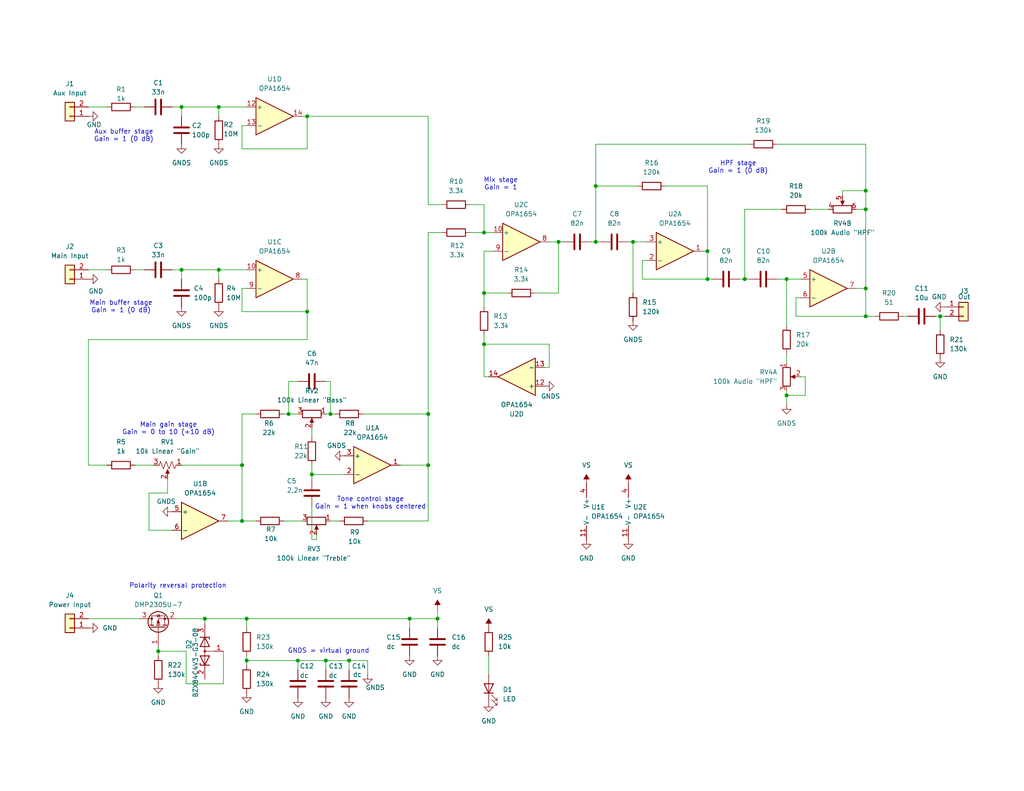
<source format=kicad_sch>
(kicad_sch (version 20231120) (generator "eeschema") (generator_version "8.0")
  (paper "USLetter")
  (title_block (title "\"Channel Two\" bass preamp, Version 2") (date "2024-11-09") (rev "1") (company "HPF Technology, LLC"))
  (lib_symbols
    (symbol "Amplifier_Operational:TLC274" (pin_names (offset 0.127))
      (property "Reference" "U" (at 0 5.08 0))
      (property "Value" "TLC274" (at 0 -5.08 0))
      (symbol "TLC274_1_1"
        (polyline (pts (xy -5.08 5.08) (xy 5.08 0) (xy -5.08 -5.08) (xy -5.08 5.08)) (stroke (width 0.254)) (fill (type background)))
        (pin output line (at 7.62 0 180) (length 2.54) (name "~") (number "1"))
        (pin input line (at -7.62 -2.54 0) (length 2.54) (name "-") (number "2"))
        (pin input line (at -7.62 2.54 0) (length 2.54) (name "+") (number "3"))
      )
      (symbol "TLC274_2_1"
        (polyline (pts (xy -5.08 5.08) (xy 5.08 0) (xy -5.08 -5.08) (xy -5.08 5.08)) (stroke (width 0.254)) (fill (type background)))
        (pin input line (at -7.62 2.54 0) (length 2.54) (name "+") (number "5"))
        (pin input line (at -7.62 -2.54 0) (length 2.54) (name "-") (number "6"))
        (pin output line (at 7.62 0 180) (length 2.54) (name "~") (number "7"))
      )
      (symbol "TLC274_3_1"
        (polyline (pts (xy -5.08 5.08) (xy 5.08 0) (xy -5.08 -5.08) (xy -5.08 5.08)) (stroke (width 0.254)) (fill (type background)))
        (pin input line (at -7.62 2.54 0) (length 2.54) (name "+") (number "10"))
        (pin output line (at 7.62 0 180) (length 2.54) (name "~") (number "8"))
        (pin input line (at -7.62 -2.54 0) (length 2.54) (name "-") (number "9"))
      )
      (symbol "TLC274_4_1"
        (polyline (pts (xy -5.08 5.08) (xy 5.08 0) (xy -5.08 -5.08) (xy -5.08 5.08)) (stroke (width 0.254)) (fill (type background)))
        (pin input line (at -7.62 2.54 0) (length 2.54) (name "+") (number "12"))
        (pin input line (at -7.62 -2.54 0) (length 2.54) (name "-") (number "13"))
        (pin output line (at 7.62 0 180) (length 2.54) (name "~") (number "14"))
      )
      (symbol "TLC274_5_1"
        (pin power_in line (at -2.54 -7.62 90) (length 3.81) (name "V-") (number "11"))
        (pin power_in line (at -2.54 7.62 270) (length 3.81) (name "V+") (number "4"))
      )
    )
    (symbol "Connector_Generic:Conn_01x02" (pin_names (offset 1.016) hide)
      (property "Reference" "J" (at 0 2.54 0))
      (property "Value" "Conn_01x02" (at 0 -5.08 0))
      (symbol "Conn_01x02_1_1"
        (rectangle (start -1.27 -2.413) (end 0 -2.667) (stroke (width 0.1524)))
        (rectangle (start -1.27 0.127) (end 0 -0.127) (stroke (width 0.1524)))
        (rectangle (start -1.27 1.27) (end 1.27 -3.81) (stroke (width 0.254)) (fill (type background)))
        (pin passive line (at -5.08 0 0) (length 3.81) (name "Pin_1") (number "1"))
        (pin passive line (at -5.08 -2.54 0) (length 3.81) (name "Pin_2") (number "2"))
      )
    )
    (symbol "Device:C" (pin_numbers hide) (pin_names (offset 0.254))
      (property "Reference" "C" (at 0.635 2.54 0))
      (property "Value" "C" (at 0.635 -2.54 0))
      (symbol "C_0_1"
        (polyline (pts (xy -2.032 -0.762) (xy 2.032 -0.762)) (stroke (width 0.508)))
        (polyline (pts (xy -2.032 0.762) (xy 2.032 0.762)) (stroke (width 0.508)))
      )
      (symbol "C_1_1"
        (pin passive line (at 0 3.81 270) (length 2.794) (name "~") (number "1"))
        (pin passive line (at 0 -3.81 90) (length 2.794) (name "~") (number "2"))
      )
    )
    (symbol "Device:D_Zener_Dual_CommonAnode_AKK" (pin_names (offset 0.762) hide)
      (property "Reference" "D" (at 1.27 -2.54 0))
      (property "Value" "D_Zener_Dual_CommonAnode_AKK" (at 0 2.54 0))
      (symbol "D_Zener_Dual_CommonAnode_AKK_0_1"
        (polyline (pts (xy -3.556 0) (xy 3.81 0)))
        (polyline (pts (xy 0 0) (xy 0 -2.54)))
        (polyline (pts (xy -3.81 -1.27) (xy -3.81 1.27) (xy -3.302 1.27)) (stroke (width 0.254)))
        (polyline (pts (xy 3.81 1.27) (xy 3.81 -1.27) (xy 3.302 -1.27)) (stroke (width 0.254)))
        (polyline (pts (xy -1.27 -1.27) (xy -3.81 0) (xy -1.27 1.27) (xy -1.27 -1.27) (xy -1.27 -1.27) (xy -1.27 -1.27)) (stroke (width 0.254)))
        (polyline (pts (xy 1.27 1.27) (xy 3.81 0) (xy 1.27 -1.27) (xy 1.27 1.27) (xy 1.27 1.27) (xy 1.27 1.27)) (stroke (width 0.254)))
        (circle (center 0 0) (radius 0.254) (fill (type outline)))
        (pin passive line (at 0 -5.08 90) (length 2.54) (name "A") (number "1"))
        (pin passive line (at -7.62 0 0) (length 3.81) (name "K") (number "2"))
        (pin passive line (at 7.62 0 180) (length 3.81) (name "K") (number "3"))
      )
    )
    (symbol "Device:LED" (pin_numbers hide) (pin_names (offset 1.016) hide)
      (property "Reference" "D" (at 0 2.54 0))
      (property "Value" "LED" (at 0 -2.54 0))
      (symbol "LED_0_1"
        (polyline (pts (xy -1.27 -1.27) (xy -1.27 1.27)) (stroke (width 0.254)))
        (polyline (pts (xy -1.27 0) (xy 1.27 0)))
        (polyline (pts (xy 1.27 -1.27) (xy 1.27 1.27) (xy -1.27 0) (xy 1.27 -1.27)) (stroke (width 0.254)))
        (polyline (pts (xy -3.048 -0.762) (xy -4.572 -2.286) (xy -3.81 -2.286) (xy -4.572 -2.286) (xy -4.572 -1.524)))
        (polyline (pts (xy -1.778 -0.762) (xy -3.302 -2.286) (xy -2.54 -2.286) (xy -3.302 -2.286) (xy -3.302 -1.524)))
      )
      (symbol "LED_1_1"
        (pin passive line (at -3.81 0 0) (length 2.54) (name "K") (number "1"))
        (pin passive line (at 3.81 0 180) (length 2.54) (name "A") (number "2"))
      )
    )
    (symbol "Device:Q_PMOS_GSD" (pin_names (offset 0) hide)
      (property "Reference" "Q" (at 5.08 1.27 0))
      (property "Value" "Q_PMOS_GSD" (at 5.08 -1.27 0))
      (symbol "Q_PMOS_GSD_0_1"
        (polyline (pts (xy 0.254 0) (xy -2.54 0)))
        (polyline (pts (xy 0.254 1.905) (xy 0.254 -1.905)) (stroke (width 0.254)))
        (polyline (pts (xy 0.762 -1.27) (xy 0.762 -2.286)) (stroke (width 0.254)))
        (polyline (pts (xy 0.762 0.508) (xy 0.762 -0.508)) (stroke (width 0.254)))
        (polyline (pts (xy 0.762 2.286) (xy 0.762 1.27)) (stroke (width 0.254)))
        (polyline (pts (xy 2.54 2.54) (xy 2.54 1.778)))
        (polyline (pts (xy 2.54 -2.54) (xy 2.54 0) (xy 0.762 0)))
        (polyline (pts (xy 0.762 1.778) (xy 3.302 1.778) (xy 3.302 -1.778) (xy 0.762 -1.778)))
        (polyline (pts (xy 2.286 0) (xy 1.27 0.381) (xy 1.27 -0.381) (xy 2.286 0)) (fill (type outline)))
        (polyline (pts (xy 2.794 -0.508) (xy 2.921 -0.381) (xy 3.683 -0.381) (xy 3.81 -0.254)))
        (polyline (pts (xy 3.302 -0.381) (xy 2.921 0.254) (xy 3.683 0.254) (xy 3.302 -0.381)))
        (circle (center 1.651 0) (radius 2.794) (stroke (width 0.254)))
        (circle (center 2.54 -1.778) (radius 0.254) (fill (type outline)))
        (circle (center 2.54 1.778) (radius 0.254) (fill (type outline)))
      )
      (symbol "Q_PMOS_GSD_1_1"
        (pin input line (at -5.08 0 0) (length 2.54) (name "G") (number "1"))
        (pin passive line (at 2.54 -5.08 90) (length 2.54) (name "S") (number "2"))
        (pin passive line (at 2.54 5.08 270) (length 2.54) (name "D") (number "3"))
      )
    )
    (symbol "Device:R" (pin_numbers hide) (pin_names (offset 0))
      (property "Reference" "R" (at 2.032 0 90))
      (property "Value" "R" (at 0 0 90))
      (symbol "R_0_1"
        (rectangle (start -1.016 -2.54) (end 1.016 2.54) (stroke (width 0.254)))
      )
      (symbol "R_1_1"
        (pin passive line (at 0 3.81 270) (length 1.27) (name "~") (number "1"))
        (pin passive line (at 0 -3.81 90) (length 1.27) (name "~") (number "2"))
      )
    )
    (symbol "Device:R_Potentiometer" (pin_names (offset 1.016) hide)
      (property "Reference" "RV" (at -4.445 0 90))
      (property "Value" "R_Potentiometer" (at -2.54 0 90))
      (symbol "R_Potentiometer_0_1"
        (polyline (pts (xy 2.54 0) (xy 1.524 0)))
        (polyline (pts (xy 1.143 0) (xy 2.286 0.508) (xy 2.286 -0.508) (xy 1.143 0)) (fill (type outline)))
        (rectangle (start 1.016 2.54) (end -1.016 -2.54) (stroke (width 0.254)))
      )
      (symbol "R_Potentiometer_1_1"
        (pin passive line (at 0 3.81 270) (length 1.27) (name "1") (number "1"))
        (pin passive line (at 3.81 0 180) (length 1.27) (name "2") (number "2"))
        (pin passive line (at 0 -3.81 90) (length 1.27) (name "3") (number "3"))
      )
    )
    (symbol "Device:R_Potentiometer_Dual_Separate" (pin_names (offset 1.016) hide)
      (property "Reference" "RV" (at -4.445 0 90))
      (property "Value" "R_Potentiometer_Dual_Separate" (at -2.54 0 90))
      (symbol "R_Potentiometer_Dual_Separate_0_1"
        (polyline (pts (xy 2.54 0) (xy 1.524 0)))
        (polyline (pts (xy 1.143 0) (xy 2.286 0.508) (xy 2.286 -0.508) (xy 1.143 0)) (fill (type outline)))
        (rectangle (start 1.016 2.54) (end -1.016 -2.54) (stroke (width 0.254)))
      )
      (symbol "R_Potentiometer_Dual_Separate_1_1"
        (pin passive line (at 0 3.81 270) (length 1.27) (name "1") (number "1"))
        (pin passive line (at 3.81 0 180) (length 1.27) (name "2") (number "2"))
        (pin passive line (at 0 -3.81 90) (length 1.27) (name "3") (number "3"))
      )
      (symbol "R_Potentiometer_Dual_Separate_2_1"
        (pin passive line (at 0 3.81 270) (length 1.27) (name "4") (number "4"))
        (pin passive line (at 3.81 0 180) (length 1.27) (name "5") (number "5"))
        (pin passive line (at 0 -3.81 90) (length 1.27) (name "6") (number "6"))
      )
    )
    (symbol "Device:R_Potentiometer_US" (pin_names (offset 1.016) hide)
      (property "Reference" "RV" (at -4.445 0 90))
      (property "Value" "R_Potentiometer_US" (at -2.54 0 90))
      (symbol "R_Potentiometer_US_0_1"
        (polyline (pts (xy 0 -2.286) (xy 0 -2.54)))
        (polyline (pts (xy 0 2.54) (xy 0 2.286)))
        (polyline (pts (xy 2.54 0) (xy 1.524 0)))
        (polyline (pts (xy 1.143 0) (xy 2.286 0.508) (xy 2.286 -0.508) (xy 1.143 0)) (fill (type outline)))
        (polyline (pts (xy 0 -0.762) (xy 1.016 -1.143) (xy 0 -1.524) (xy -1.016 -1.905) (xy 0 -2.286)))
        (polyline (pts (xy 0 0.762) (xy 1.016 0.381) (xy 0 0) (xy -1.016 -0.381) (xy 0 -0.762)))
        (polyline (pts (xy 0 2.286) (xy 1.016 1.905) (xy 0 1.524) (xy -1.016 1.143) (xy 0 0.762)))
      )
      (symbol "R_Potentiometer_US_1_1"
        (pin passive line (at 0 3.81 270) (length 1.27) (name "1") (number "1"))
        (pin passive line (at 3.81 0 180) (length 1.27) (name "2") (number "2"))
        (pin passive line (at 0 -3.81 90) (length 1.27) (name "3") (number "3"))
      )
    )
    (symbol "power:GND" (power) (pin_numbers hide) (pin_names (offset 0) hide)
      (property "Value" "GND" (at 0 -3.81 0))
      (symbol "GND_0_1"
        (polyline (pts (xy 0 0) (xy 0 -1.27) (xy 1.27 -1.27) (xy 0 -2.54) (xy -1.27 -1.27) (xy 0 -1.27)))
      )
      (symbol "GND_1_1"
        (pin power_in line (at 0 0 270) (length 0) (name "~") (number "1"))
      )
    )
    (symbol "power:GNDS" (power) (pin_numbers hide) (pin_names (offset 0) hide)
      (property "Value" "GNDS" (at 0 -3.81 0))
      (symbol "GNDS_0_1"
        (polyline (pts (xy 0 0) (xy 0 -1.27) (xy 1.27 -1.27) (xy 0 -2.54) (xy -1.27 -1.27) (xy 0 -1.27)))
      )
      (symbol "GNDS_1_1"
        (pin power_in line (at 0 0 270) (length 0) (name "~") (number "1"))
      )
    )
    (symbol "power:VS" (power) (pin_numbers hide) (pin_names (offset 0) hide)
      (property "Value" "VS" (at 0 3.556 0))
      (symbol "VS_0_1"
        (polyline (pts (xy 0 0) (xy 0 2.54)))
        (polyline (pts (xy 0.762 1.27) (xy -0.762 1.27) (xy 0 2.54) (xy 0.762 1.27)) (fill (type outline)))
      )
      (symbol "VS_1_1"
        (pin power_in line (at 0 0 90) (length 0) (name "~") (number "1"))
      )
    )
  )
  (junction (at 162.56 50.8))
  (junction (at 116.84 127))
  (junction (at 116.84 113.03))
  (junction (at 236.22 78.74))
  (junction (at 59.69 73.66))
  (junction (at 83.82 85.09))
  (junction (at 132.08 93.98))
  (junction (at 49.53 73.66))
  (junction (at 83.82 31.75))
  (junction (at 67.31 180.34))
  (junction (at 132.08 80.01))
  (junction (at 95.25 180.34))
  (junction (at 214.63 107.95))
  (junction (at 214.63 76.2))
  (junction (at 236.22 57.15))
  (junction (at 162.56 66.04))
  (junction (at 193.04 68.58))
  (junction (at 55.88 168.91))
  (junction (at 81.28 180.34))
  (junction (at 49.53 29.21))
  (junction (at 66.04 142.24))
  (junction (at 236.22 86.36))
  (junction (at 78.74 113.03))
  (junction (at 85.09 129.54))
  (junction (at 43.18 177.8))
  (junction (at 236.22 52.07))
  (junction (at 172.72 66.04))
  (junction (at 132.08 63.5))
  (junction (at 90.17 113.03))
  (junction (at 152.4 66.04))
  (junction (at 59.69 29.21))
  (junction (at 193.04 76.2))
  (junction (at 203.2 76.2))
  (junction (at 256.54 86.36))
  (junction (at 111.76 168.91))
  (junction (at 67.31 168.91))
  (junction (at 66.04 127))
  (junction (at 119.38 168.91))
  (junction (at 88.9 180.34))
  (wire (pts (xy 85.09 129.54) (xy 85.09 130.81)))
  (wire (pts (xy 132.08 68.58) (xy 132.08 80.01)))
  (wire (pts (xy 66.04 78.74) (xy 66.04 85.09)))
  (wire (pts (xy 134.62 68.58) (xy 132.08 68.58)))
  (wire (pts (xy 66.04 34.29) (xy 66.04 40.64)))
  (wire (pts (xy 24.13 127) (xy 24.13 92.71)))
  (wire (pts (xy 128.27 55.88) (xy 132.08 55.88)))
  (wire (pts (xy 24.13 73.66) (xy 29.21 73.66)))
  (wire (pts (xy 99.06 113.03) (xy 116.84 113.03)))
  (wire (pts (xy 60.96 177.8) (xy 60.96 186.69)))
  (wire (pts (xy 59.69 29.21) (xy 67.31 29.21)))
  (wire (pts (xy 78.74 104.14) (xy 78.74 113.03)))
  (wire (pts (xy 81.28 180.34) (xy 88.9 180.34)))
  (wire (pts (xy 133.35 102.87) (xy 132.08 102.87)))
  (wire (pts (xy 55.88 168.91) (xy 67.31 168.91)))
  (wire (pts (xy 213.36 57.15) (xy 203.2 57.15)))
  (wire (pts (xy 214.63 107.95) (xy 219.71 107.95)))
  (wire (pts (xy 81.28 182.88) (xy 81.28 180.34)))
  (wire (pts (xy 43.18 177.8) (xy 43.18 179.07)))
  (wire (pts (xy 24.13 92.71) (xy 83.82 92.71)))
  (wire (pts (xy 111.76 168.91) (xy 111.76 171.45)))
  (wire (pts (xy 67.31 168.91) (xy 67.31 171.45)))
  (wire (pts (xy 229.87 52.07) (xy 229.87 53.34)))
  (wire (pts (xy 43.18 177.8) (xy 50.8 177.8)))
  (wire (pts (xy 67.31 168.91) (xy 111.76 168.91)))
  (wire (pts (xy 82.55 76.2) (xy 83.82 76.2)))
  (wire (pts (xy 132.08 91.44) (xy 132.08 93.98)))
  (wire (pts (xy 67.31 180.34) (xy 67.31 181.61)))
  (wire (pts (xy 36.83 73.66) (xy 39.37 73.66)))
  (wire (pts (xy 214.63 96.52) (xy 214.63 99.06)))
  (wire (pts (xy 152.4 66.04) (xy 149.86 66.04)))
  (wire (pts (xy 212.09 76.2) (xy 214.63 76.2)))
  (wire (pts (xy 88.9 104.14) (xy 90.17 104.14)))
  (wire (pts (xy 193.04 68.58) (xy 191.77 68.58)))
  (wire (pts (xy 148.59 100.33) (xy 149.86 100.33)))
  (wire (pts (xy 203.2 57.15) (xy 203.2 76.2)))
  (wire (pts (xy 116.84 127) (xy 116.84 142.24)))
  (wire (pts (xy 181.61 50.8) (xy 193.04 50.8)))
  (wire (pts (xy 83.82 40.64) (xy 83.82 31.75)))
  (wire (pts (xy 193.04 76.2) (xy 194.31 76.2)))
  (wire (pts (xy 86.36 147.32) (xy 86.36 146.05)))
  (wire (pts (xy 100.33 184.15) (xy 100.33 180.34)))
  (wire (pts (xy 218.44 81.28) (xy 217.17 81.28)))
  (wire (pts (xy 203.2 76.2) (xy 204.47 76.2)))
  (wire (pts (xy 88.9 182.88) (xy 88.9 180.34)))
  (wire (pts (xy 233.68 78.74) (xy 236.22 78.74)))
  (wire (pts (xy 62.23 142.24) (xy 66.04 142.24)))
  (wire (pts (xy 132.08 80.01) (xy 138.43 80.01)))
  (wire (pts (xy 256.54 86.36) (xy 257.81 86.36)))
  (wire (pts (xy 36.83 127) (xy 41.91 127)))
  (wire (pts (xy 69.85 113.03) (xy 66.04 113.03)))
  (wire (pts (xy 212.09 39.37) (xy 236.22 39.37)))
  (wire (pts (xy 66.04 113.03) (xy 66.04 127)))
  (wire (pts (xy 46.99 29.21) (xy 49.53 29.21)))
  (wire (pts (xy 50.8 186.69) (xy 50.8 177.8)))
  (wire (pts (xy 24.13 29.21) (xy 29.21 29.21)))
  (wire (pts (xy 66.04 142.24) (xy 69.85 142.24)))
  (wire (pts (xy 120.65 63.5) (xy 116.84 63.5)))
  (wire (pts (xy 66.04 127) (xy 66.04 142.24)))
  (wire (pts (xy 66.04 40.64) (xy 83.82 40.64)))
  (wire (pts (xy 152.4 66.04) (xy 153.67 66.04)))
  (wire (pts (xy 49.53 73.66) (xy 49.53 76.2)))
  (wire (pts (xy 172.72 66.04) (xy 176.53 66.04)))
  (wire (pts (xy 172.72 66.04) (xy 172.72 80.01)))
  (wire (pts (xy 171.45 66.04) (xy 172.72 66.04)))
  (wire (pts (xy 236.22 52.07) (xy 236.22 57.15)))
  (wire (pts (xy 229.87 52.07) (xy 236.22 52.07)))
  (wire (pts (xy 40.64 144.78) (xy 40.64 134.62)))
  (wire (pts (xy 109.22 127) (xy 116.84 127)))
  (wire (pts (xy 90.17 142.24) (xy 92.71 142.24)))
  (wire (pts (xy 236.22 86.36) (xy 238.76 86.36)))
  (wire (pts (xy 88.9 180.34) (xy 95.25 180.34)))
  (wire (pts (xy 149.86 100.33) (xy 149.86 93.98)))
  (wire (pts (xy 24.13 168.91) (xy 38.1 168.91)))
  (wire (pts (xy 85.09 116.84) (xy 85.09 119.38)))
  (wire (pts (xy 40.64 144.78) (xy 46.99 144.78)))
  (wire (pts (xy 67.31 78.74) (xy 66.04 78.74)))
  (wire (pts (xy 67.31 179.07) (xy 67.31 180.34)))
  (wire (pts (xy 193.04 50.8) (xy 193.04 68.58)))
  (wire (pts (xy 236.22 57.15) (xy 236.22 78.74)))
  (wire (pts (xy 162.56 50.8) (xy 162.56 66.04)))
  (wire (pts (xy 116.84 31.75) (xy 83.82 31.75)))
  (wire (pts (xy 255.27 86.36) (xy 256.54 86.36)))
  (wire (pts (xy 90.17 104.14) (xy 90.17 113.03)))
  (wire (pts (xy 85.09 147.32) (xy 86.36 147.32)))
  (wire (pts (xy 162.56 39.37) (xy 162.56 50.8)))
  (wire (pts (xy 175.26 71.12) (xy 175.26 76.2)))
  (wire (pts (xy 146.05 80.01) (xy 152.4 80.01)))
  (wire (pts (xy 81.28 104.14) (xy 78.74 104.14)))
  (wire (pts (xy 83.82 92.71) (xy 83.82 85.09)))
  (wire (pts (xy 128.27 63.5) (xy 132.08 63.5)))
  (wire (pts (xy 220.98 57.15) (xy 226.06 57.15)))
  (wire (pts (xy 132.08 55.88) (xy 132.08 63.5)))
  (wire (pts (xy 48.26 168.91) (xy 55.88 168.91)))
  (wire (pts (xy 77.47 142.24) (xy 82.55 142.24)))
  (wire (pts (xy 132.08 83.82) (xy 132.08 80.01)))
  (wire (pts (xy 88.9 113.03) (xy 90.17 113.03)))
  (wire (pts (xy 90.17 113.03) (xy 91.44 113.03)))
  (wire (pts (xy 214.63 88.9) (xy 214.63 76.2)))
  (wire (pts (xy 214.63 107.95) (xy 214.63 110.49)))
  (wire (pts (xy 59.69 31.75) (xy 59.69 29.21)))
  (wire (pts (xy 214.63 76.2) (xy 218.44 76.2)))
  (wire (pts (xy 40.64 134.62) (xy 45.72 134.62)))
  (wire (pts (xy 100.33 142.24) (xy 116.84 142.24)))
  (wire (pts (xy 201.93 76.2) (xy 203.2 76.2)))
  (wire (pts (xy 95.25 180.34) (xy 100.33 180.34)))
  (wire (pts (xy 256.54 86.36) (xy 256.54 90.17)))
  (wire (pts (xy 29.21 127) (xy 24.13 127)))
  (wire (pts (xy 45.72 130.81) (xy 45.72 134.62)))
  (wire (pts (xy 55.88 168.91) (xy 55.88 170.18)))
  (wire (pts (xy 49.53 127) (xy 66.04 127)))
  (wire (pts (xy 161.29 66.04) (xy 162.56 66.04)))
  (wire (pts (xy 85.09 127) (xy 85.09 129.54)))
  (wire (pts (xy 149.86 93.98) (xy 132.08 93.98)))
  (wire (pts (xy 78.74 113.03) (xy 81.28 113.03)))
  (wire (pts (xy 59.69 73.66) (xy 67.31 73.66)))
  (wire (pts (xy 67.31 180.34) (xy 81.28 180.34)))
  (wire (pts (xy 36.83 29.21) (xy 39.37 29.21)))
  (wire (pts (xy 162.56 66.04) (xy 163.83 66.04)))
  (wire (pts (xy 59.69 76.2) (xy 59.69 73.66)))
  (wire (pts (xy 236.22 86.36) (xy 236.22 78.74)))
  (wire (pts (xy 120.65 55.88) (xy 116.84 55.88)))
  (wire (pts (xy 95.25 182.88) (xy 95.25 180.34)))
  (wire (pts (xy 46.99 73.66) (xy 49.53 73.66)))
  (wire (pts (xy 246.38 86.36) (xy 247.65 86.36)))
  (wire (pts (xy 119.38 171.45) (xy 119.38 168.91)))
  (wire (pts (xy 233.68 57.15) (xy 236.22 57.15)))
  (wire (pts (xy 60.96 186.69) (xy 50.8 186.69)))
  (wire (pts (xy 214.63 106.68) (xy 214.63 107.95)))
  (wire (pts (xy 77.47 113.03) (xy 78.74 113.03)))
  (wire (pts (xy 116.84 63.5) (xy 116.84 113.03)))
  (wire (pts (xy 85.09 138.43) (xy 85.09 147.32)))
  (wire (pts (xy 83.82 85.09) (xy 83.82 76.2)))
  (wire (pts (xy 85.09 129.54) (xy 93.98 129.54)))
  (wire (pts (xy 176.53 71.12) (xy 175.26 71.12)))
  (wire (pts (xy 116.84 55.88) (xy 116.84 31.75)))
  (wire (pts (xy 111.76 168.91) (xy 119.38 168.91)))
  (wire (pts (xy 173.99 50.8) (xy 162.56 50.8)))
  (wire (pts (xy 175.26 76.2) (xy 193.04 76.2)))
  (wire (pts (xy 152.4 80.01) (xy 152.4 66.04)))
  (wire (pts (xy 43.18 176.53) (xy 43.18 177.8)))
  (wire (pts (xy 193.04 76.2) (xy 193.04 68.58)))
  (wire (pts (xy 217.17 81.28) (xy 217.17 86.36)))
  (wire (pts (xy 132.08 63.5) (xy 134.62 63.5)))
  (wire (pts (xy 67.31 34.29) (xy 66.04 34.29)))
  (wire (pts (xy 132.08 93.98) (xy 132.08 102.87)))
  (wire (pts (xy 49.53 29.21) (xy 59.69 29.21)))
  (wire (pts (xy 119.38 166.37) (xy 119.38 168.91)))
  (wire (pts (xy 83.82 31.75) (xy 82.55 31.75)))
  (wire (pts (xy 219.71 107.95) (xy 219.71 102.87)))
  (wire (pts (xy 218.44 102.87) (xy 219.71 102.87)))
  (wire (pts (xy 49.53 73.66) (xy 59.69 73.66)))
  (wire (pts (xy 116.84 113.03) (xy 116.84 127)))
  (wire (pts (xy 204.47 39.37) (xy 162.56 39.37)))
  (wire (pts (xy 133.35 179.07) (xy 133.35 184.15)))
  (wire (pts (xy 66.04 85.09) (xy 83.82 85.09)))
  (wire (pts (xy 49.53 29.21) (xy 49.53 31.75)))
  (wire (pts (xy 236.22 39.37) (xy 236.22 52.07)))
  (wire (pts (xy 217.17 86.36) (xy 236.22 86.36)))
  (text "Mix stage\nGain = 1" (at 136.652 50.292 0) (effects (font (size 1.27 1.27))))
  (text "Main buffer stage\nGain = 1 (0 dB)" (at 33.02 83.82 0) (effects (font (size 1.27 1.27))))
  (text "Polarity reversal protection" (at 48.514 160.02 0) (effects (font (size 1.27 1.27))))
  (text "Tone control stage\nGain = 1 when knobs centered" (at 101.092 137.414 0) (effects (font (size 1.27 1.27))))
  (text "Aux buffer stage\nGain = 1 (0 dB)" (at 33.782 37.084 0) (effects (font (size 1.27 1.27))))
  (text "GNDS = virtual ground" (at 89.662 177.8 0) (effects (font (size 1.27 1.27))))
  (text "HPF stage\nGain = 1 (0 dB)" (at 201.422 45.72 0) (effects (font (size 1.27 1.27))))
  (text "Main gain stage\nGain = 0 to 10 (+10 dB)" (at 45.974 117.094 0) (effects (font (size 1.27 1.27))))
  (symbol (lib_id "power:VS") (at 133.35 171.45 0) (unit 1)
    (property "Reference" "#PWR029" (effects (hide yes)))
    (property "Value" "VS" (at 133.35 166.37 0))
    (property "Description" "Power symbol creates a global label with name \"VS\"" (effects (hide yes)))
  )
  (symbol (lib_id "Device:R") (at 256.54 93.98 180) (unit 1)
    (property "Reference" "R21" (at 259.08 92.7099 0) (effects (justify right)))
    (property "Value" "130k" (at 259.08 95.2499 0) (effects (justify right)))
    (property "Footprint" "Resistor_SMD:R_0805_2012Metric_Pad1.20x1.40mm_HandSolder" (effects (hide yes)))
    (property "Description" "Resistor" (effects (hide yes)))
  )
  (symbol (lib_id "Amplifier_Operational:TLC274") (at 184.15 68.58 0) (unit 1)
    (property "Reference" "U2" (at 184.15 58.42 0))
    (property "Value" "OPA1654" (at 184.15 60.96 0))
    (property "Footprint" "Package_SO:TSSOP-14_4.4x5mm_P0.65mm" (effects (hide yes)))
    (property "Datasheet" "http://www.ti.com/lit/ds/symlink/tlc274.pdf" (effects (hide yes)))
    (property "Description" "Quad LinCMOS Precision Quad Operational Amplifiers, DIP-14/SOIC-14/SSOP-14" (effects (hide yes)))
  )
  (symbol (lib_id "Amplifier_Operational:TLC274") (at 74.93 31.75 0) (unit 4)
    (property "Reference" "U1" (at 74.93 21.59 0))
    (property "Value" "OPA1654" (at 74.93 24.13 0))
    (property "Footprint" "Package_SO:TSSOP-14_4.4x5mm_P0.65mm" (effects (hide yes)))
    (property "Datasheet" "http://www.ti.com/lit/ds/symlink/tlc274.pdf" (effects (hide yes)))
    (property "Description" "Quad LinCMOS Precision Quad Operational Amplifiers, DIP-14/SOIC-14/SSOP-14" (effects (hide yes)))
  )
  (symbol (lib_id "power:GND") (at 95.25 190.5 0) (unit 1)
    (property "Reference" "#PWR023" (effects (hide yes)))
    (property "Value" "GND" (at 95.25 195.58 0))
    (property "Description" "Power symbol creates a global label with name \"GND\" , ground" (effects (hide yes)))
  )
  (symbol (lib_id "Device:C") (at 85.09 134.62 0) (unit 1)
    (property "Reference" "C5" (at 78.232 131.318 0) (effects (justify left)))
    (property "Value" "2.2n" (at 78.232 133.858 0) (effects (justify left)))
    (property "Footprint" "Capacitor_SMD:C_0805_2012Metric_Pad1.18x1.45mm_HandSolder" (effects (hide yes)))
    (property "Description" "Unpolarized capacitor" (effects (hide yes)))
  )
  (symbol (lib_id "power:VS") (at 171.45 132.08 0) (unit 1)
    (property "Reference" "#PWR017" (effects (hide yes)))
    (property "Value" "VS" (at 171.45 127 0))
    (property "Description" "Power symbol creates a global label with name \"VS\"" (effects (hide yes)))
  )
  (symbol (lib_id "Connector_Generic:Conn_01x02") (at 19.05 31.75 180) (unit 1)
    (property "Reference" "J1" (at 19.05 22.86 0))
    (property "Value" "Aux Input" (at 19.05 25.4 0))
    (property "Footprint" "Connector_PinHeader_2.00mm:PinHeader_1x02_P2.00mm_Vertical" (effects (hide yes)))
    (property "Description" "Generic connector, single row, 01x02, script generated (kicad-library-utils/schlib/autogen/connector/)" (effects (hide yes)))
  )
  (symbol (lib_id "Device:R") (at 67.31 185.42 0) (unit 1)
    (property "Reference" "R24" (at 69.85 184.1499 0) (effects (justify left)))
    (property "Value" "130k" (at 69.85 186.6899 0) (effects (justify left)))
    (property "Footprint" "Resistor_SMD:R_0805_2012Metric_Pad1.20x1.40mm_HandSolder" (effects (hide yes)))
    (property "Description" "Resistor" (effects (hide yes)))
  )
  (symbol (lib_id "Device:C") (at 43.18 73.66 90) (unit 1)
    (property "Reference" "C3" (at 43.18 67.056 90))
    (property "Value" "33n" (at 43.18 69.596 90))
    (property "Footprint" "Capacitor_SMD:C_0805_2012Metric_Pad1.18x1.45mm_HandSolder" (effects (hide yes)))
    (property "Description" "Unpolarized capacitor" (effects (hide yes)))
  )
  (symbol (lib_id "Device:R_Potentiometer") (at 86.36 142.24 270) (unit 1)
    (property "Reference" "RV3" (at 85.598 149.86 90))
    (property "Value" "100k Linear \"Treble\"" (at 85.598 152.4 90))
    (property "Footprint" "FJD_HPF:Potentiometer_Alpha_RV120F" (effects (hide yes)))
    (property "Description" "Potentiometer" (effects (hide yes)))
  )
  (symbol (lib_id "power:VS") (at 119.38 166.37 0) (unit 1)
    (property "Reference" "#PWR026" (effects (hide yes)))
    (property "Value" "VS" (at 119.38 161.29 0))
    (property "Description" "Power symbol creates a global label with name \"VS\"" (effects (hide yes)))
  )
  (symbol (lib_id "Device:LED") (at 133.35 187.96 90) (unit 1)
    (property "Reference" "D1" (at 137.16 188.2774 90) (effects (justify right)))
    (property "Value" "LED" (at 137.16 190.8174 90) (effects (justify right)))
    (property "Footprint" "LED_THT:LED_D3.0mm" (effects (hide yes)))
    (property "Description" "Light emitting diode" (effects (hide yes)))
  )
  (symbol (lib_id "power:GND") (at 24.13 171.45 90) (unit 1)
    (property "Reference" "#PWR018" (effects (hide yes)))
    (property "Value" "GND" (at 27.94 171.4499 90) (effects (justify right)))
    (property "Description" "Power symbol creates a global label with name \"GND\" , ground" (effects (hide yes)))
  )
  (symbol (lib_id "Device:R") (at 132.08 87.63 180) (unit 1)
    (property "Reference" "R13" (at 134.62 86.3599 0) (effects (justify right)))
    (property "Value" "3.3k" (at 134.62 88.8999 0) (effects (justify right)))
    (property "Footprint" "Resistor_SMD:R_0805_2012Metric_Pad1.20x1.40mm_HandSolder" (effects (hide yes)))
    (property "Description" "Resistor" (effects (hide yes)))
  )
  (symbol (lib_id "Device:R") (at 242.57 86.36 90) (unit 1)
    (property "Reference" "R20" (at 242.57 80.01 90))
    (property "Value" "51" (at 242.57 82.55 90))
    (property "Footprint" "Resistor_SMD:R_0805_2012Metric_Pad1.20x1.40mm_HandSolder" (effects (hide yes)))
    (property "Description" "Resistor" (effects (hide yes)))
  )
  (symbol (lib_id "Amplifier_Operational:TLC274") (at 54.61 142.24 0) (unit 2)
    (property "Reference" "U1" (at 54.61 132.08 0))
    (property "Value" "OPA1654" (at 54.61 134.62 0))
    (property "Footprint" "Package_SO:TSSOP-14_4.4x5mm_P0.65mm" (effects (hide yes)))
    (property "Datasheet" "http://www.ti.com/lit/ds/symlink/tlc274.pdf" (effects (hide yes)))
    (property "Description" "Quad LinCMOS Precision Quad Operational Amplifiers, DIP-14/SOIC-14/SSOP-14" (effects (hide yes)))
  )
  (symbol (lib_id "Device:R") (at 59.69 35.56 0) (unit 1)
    (property "Reference" "R2" (at 60.96 34.036 0) (effects (justify left)))
    (property "Value" "10M" (at 60.96 36.576 0) (effects (justify left)))
    (property "Footprint" "Resistor_SMD:R_0805_2012Metric_Pad1.20x1.40mm_HandSolder" (effects (hide yes)))
    (property "Description" "Resistor" (effects (hide yes)))
  )
  (symbol (lib_id "power:GNDS") (at 49.53 39.37 0) (unit 1)
    (property "Reference" "#PWR02" (effects (hide yes)))
    (property "Value" "GNDS" (at 49.53 44.45 0))
    (property "Description" "Power symbol creates a global label with name \"GNDS\" , signal ground" (effects (hide yes)))
  )
  (symbol (lib_id "Device:C") (at 111.76 175.26 0) (unit 1)
    (property "Reference" "C15" (at 105.41 173.99 0) (effects (justify left)))
    (property "Value" "dc" (at 105.41 176.53 0) (effects (justify left)))
    (property "Footprint" "Capacitor_SMD:C_0805_2012Metric_Pad1.18x1.45mm_HandSolder" (effects (hide yes)))
    (property "Description" "Unpolarized capacitor" (effects (hide yes)))
  )
  (symbol (lib_id "power:GND") (at 256.54 97.79 0) (unit 1)
    (property "Reference" "#PWR013" (effects (hide yes)))
    (property "Value" "GND" (at 256.54 102.87 0))
    (property "Description" "Power symbol creates a global label with name \"GND\" , ground" (effects (hide yes)))
  )
  (symbol (lib_id "Device:R") (at 43.18 182.88 0) (unit 1)
    (property "Reference" "R22" (at 45.72 181.6099 0) (effects (justify left)))
    (property "Value" "130k" (at 45.72 184.1499 0) (effects (justify left)))
    (property "Footprint" "Resistor_SMD:R_0805_2012Metric_Pad1.20x1.40mm_HandSolder" (effects (hide yes)))
    (property "Description" "Resistor" (effects (hide yes)))
  )
  (symbol (lib_id "Device:R") (at 67.31 175.26 0) (unit 1)
    (property "Reference" "R23" (at 69.85 173.9899 0) (effects (justify left)))
    (property "Value" "130k" (at 69.85 176.5299 0) (effects (justify left)))
    (property "Footprint" "Resistor_SMD:R_0805_2012Metric_Pad1.20x1.40mm_HandSolder" (effects (hide yes)))
    (property "Description" "Resistor" (effects (hide yes)))
  )
  (symbol (lib_id "Device:R") (at 177.8 50.8 90) (unit 1)
    (property "Reference" "R16" (at 177.8 44.45 90))
    (property "Value" "120k" (at 177.8 46.99 90))
    (property "Footprint" "Resistor_SMD:R_0805_2012Metric_Pad1.20x1.40mm_HandSolder" (effects (hide yes)))
    (property "Description" "Resistor" (effects (hide yes)))
  )
  (symbol (lib_id "power:GNDS") (at 49.53 83.82 0) (unit 1)
    (property "Reference" "#PWR04" (effects (hide yes)))
    (property "Value" "GNDS" (at 49.53 88.9 0))
    (property "Description" "Power symbol creates a global label with name \"GNDS\" , signal ground" (effects (hide yes)))
  )
  (symbol (lib_id "Amplifier_Operational:TLC274") (at 74.93 76.2 0) (unit 3)
    (property "Reference" "U1" (at 74.93 66.04 0))
    (property "Value" "OPA1654" (at 74.93 68.58 0))
    (property "Footprint" "Package_SO:TSSOP-14_4.4x5mm_P0.65mm" (effects (hide yes)))
    (property "Datasheet" "http://www.ti.com/lit/ds/symlink/tlc274.pdf" (effects (hide yes)))
    (property "Description" "Quad LinCMOS Precision Quad Operational Amplifiers, DIP-14/SOIC-14/SSOP-14" (effects (hide yes)))
  )
  (symbol (lib_id "Device:R") (at 142.24 80.01 90) (unit 1)
    (property "Reference" "R14" (at 142.24 73.66 90))
    (property "Value" "3.3k" (at 142.24 76.2 90))
    (property "Footprint" "Resistor_SMD:R_0805_2012Metric_Pad1.20x1.40mm_HandSolder" (effects (hide yes)))
    (property "Description" "Resistor" (effects (hide yes)))
  )
  (symbol (lib_id "power:GND") (at 43.18 186.69 0) (unit 1)
    (property "Reference" "#PWR019" (effects (hide yes)))
    (property "Value" "GND" (at 43.18 191.77 0))
    (property "Description" "Power symbol creates a global label with name \"GND\" , ground" (effects (hide yes)))
  )
  (symbol (lib_id "Device:C") (at 157.48 66.04 90) (unit 1)
    (property "Reference" "C7" (at 157.48 58.42 90))
    (property "Value" "82n" (at 157.48 60.96 90))
    (property "Footprint" "Capacitor_THT:C_Rect_L7.0mm_W2.0mm_P5.00mm" (effects (hide yes)))
    (property "Description" "Unpolarized capacitor" (effects (hide yes)))
  )
  (symbol (lib_id "power:GNDS") (at 59.69 39.37 0) (unit 1)
    (property "Reference" "#PWR03" (effects (hide yes)))
    (property "Value" "GNDS" (at 59.69 44.45 0))
    (property "Description" "Power symbol creates a global label with name \"GNDS\" , signal ground" (effects (hide yes)))
  )
  (symbol (lib_id "Connector_Generic:Conn_01x02") (at 262.89 83.82 0) (unit 1)
    (property "Reference" "J3" (at 261.874 79.502 0) (effects (justify left)))
    (property "Value" "Out" (at 261.366 81.026 0) (effects (justify left)))
    (property "Footprint" "Connector_PinHeader_2.00mm:PinHeader_1x02_P2.00mm_Vertical" (effects (hide yes)))
    (property "Description" "Generic connector, single row, 01x02, script generated (kicad-library-utils/schlib/autogen/connector/)" (effects (hide yes)))
  )
  (symbol (lib_id "Device:R_Potentiometer_Dual_Separate") (at 229.87 57.15 90) (unit 2)
    (property "Reference" "RV4" (at 229.87 60.96 90))
    (property "Value" "100k Audio \"HPF\"" (at 229.87 63.5 90))
    (property "Footprint" "FJD_HPF:Potentiometer_Alpha_RV122F" (effects (hide yes)))
    (property "Description" "Dual potentiometer, separate units" (effects (hide yes)))
  )
  (symbol (lib_id "Device:C") (at 49.53 35.56 0) (unit 1)
    (property "Reference" "C2" (at 52.324 34.29 0) (effects (justify left)))
    (property "Value" "100p" (at 52.324 36.83 0) (effects (justify left)))
    (property "Footprint" "Capacitor_SMD:C_0805_2012Metric_Pad1.18x1.45mm_HandSolder" (effects (hide yes)))
    (property "Description" "Unpolarized capacitor" (effects (hide yes)))
  )
  (symbol (lib_id "power:GND") (at 88.9 190.5 0) (unit 1)
    (property "Reference" "#PWR022" (effects (hide yes)))
    (property "Value" "GND" (at 88.9 195.58 0))
    (property "Description" "Power symbol creates a global label with name \"GND\" , ground" (effects (hide yes)))
  )
  (symbol (lib_id "power:GNDS") (at 100.33 184.15 0) (unit 1)
    (property "Reference" "#PWR027" (effects (hide yes)))
    (property "Value" "GNDS" (at 102.362 187.706 0))
    (property "Description" "Power symbol creates a global label with name \"GNDS\" , signal ground" (effects (hide yes)))
  )
  (symbol (lib_id "Device:C") (at 49.53 80.01 0) (unit 1)
    (property "Reference" "C4" (at 52.832 78.74 0) (effects (justify left)))
    (property "Value" "100p" (at 52.832 81.28 0) (effects (justify left)))
    (property "Footprint" "Capacitor_SMD:C_0805_2012Metric_Pad1.18x1.45mm_HandSolder" (effects (hide yes)))
    (property "Description" "Unpolarized capacitor" (effects (hide yes)))
  )
  (symbol (lib_id "power:GNDS") (at 148.59 105.41 90) (unit 1)
    (property "Reference" "#PWR09" (effects (hide yes)))
    (property "Value" "GNDS" (at 147.574 108.204 90) (effects (justify right)))
    (property "Description" "Power symbol creates a global label with name \"GNDS\" , signal ground" (effects (hide yes)))
  )
  (symbol (lib_id "power:GND") (at 119.38 179.07 0) (unit 1)
    (property "Reference" "#PWR025" (effects (hide yes)))
    (property "Value" "GND" (at 119.38 184.15 0))
    (property "Description" "Power symbol creates a global label with name \"GND\" , ground" (effects (hide yes)))
  )
  (symbol (lib_id "Device:R") (at 59.69 80.01 0) (unit 1)
    (property "Reference" "R4" (at 61.722 78.74 0) (effects (justify left)))
    (property "Value" "10M" (at 61.722 81.28 0) (effects (justify left)))
    (property "Footprint" "Resistor_SMD:R_0805_2012Metric_Pad1.20x1.40mm_HandSolder" (effects (hide yes)))
    (property "Description" "Resistor" (effects (hide yes)))
  )
  (symbol (lib_id "Device:R_Potentiometer") (at 85.09 113.03 270) (unit 1)
    (property "Reference" "RV2" (at 85.09 106.68 90))
    (property "Value" "100k Linear \"Bass\"" (at 85.09 109.22 90))
    (property "Footprint" "FJD_HPF:Potentiometer_Alpha_RV120F" (effects (hide yes)))
    (property "Description" "Potentiometer" (effects (hide yes)))
  )
  (symbol (lib_id "Device:R") (at 217.17 57.15 90) (unit 1)
    (property "Reference" "R18" (at 217.17 50.8 90))
    (property "Value" "20k" (at 217.17 53.34 90))
    (property "Footprint" "Resistor_SMD:R_0805_2012Metric_Pad1.20x1.40mm_HandSolder" (effects (hide yes)))
    (property "Description" "Resistor" (effects (hide yes)))
  )
  (symbol (lib_id "power:GND") (at 24.13 76.2 90) (unit 1)
    (property "Reference" "#PWR06" (effects (hide yes)))
    (property "Value" "GND" (at 24.13 79.502 90) (effects (justify right)))
    (property "Description" "Power symbol creates a global label with name \"GND\" , ground" (effects (hide yes)))
  )
  (symbol (lib_id "Device:C") (at 251.46 86.36 90) (unit 1)
    (property "Reference" "C11" (at 251.46 78.74 90))
    (property "Value" "10u" (at 251.46 81.28 90))
    (property "Footprint" "Capacitor_SMD:C_0805_2012Metric_Pad1.18x1.45mm_HandSolder" (effects (hide yes)))
    (property "Description" "Unpolarized capacitor" (effects (hide yes)))
  )
  (symbol (lib_id "Device:R") (at 214.63 92.71 0) (unit 1)
    (property "Reference" "R17" (at 217.17 91.4399 0) (effects (justify left)))
    (property "Value" "20k" (at 217.17 93.9799 0) (effects (justify left)))
    (property "Footprint" "Resistor_SMD:R_0805_2012Metric_Pad1.20x1.40mm_HandSolder" (effects (hide yes)))
    (property "Description" "Resistor" (effects (hide yes)))
  )
  (symbol (lib_id "Device:R") (at 33.02 127 90) (unit 1)
    (property "Reference" "R5" (at 33.02 120.65 90))
    (property "Value" "1k" (at 33.02 123.19 90))
    (property "Footprint" "Resistor_SMD:R_0805_2012Metric_Pad1.20x1.40mm_HandSolder" (effects (hide yes)))
    (property "Description" "Resistor" (effects (hide yes)))
  )
  (symbol (lib_id "Amplifier_Operational:TLC274") (at 101.6 127 0) (unit 1)
    (property "Reference" "U1" (at 101.6 116.84 0))
    (property "Value" "OPA1654" (at 101.6 119.38 0))
    (property "Footprint" "Package_SO:TSSOP-14_4.4x5mm_P0.65mm" (effects (hide yes)))
    (property "Datasheet" "http://www.ti.com/lit/ds/symlink/tlc274.pdf" (effects (hide yes)))
    (property "Description" "Quad LinCMOS Precision Quad Operational Amplifiers, DIP-14/SOIC-14/SSOP-14" (effects (hide yes)))
  )
  (symbol (lib_id "power:GND") (at 133.35 191.77 0) (unit 1)
    (property "Reference" "#PWR028" (effects (hide yes)))
    (property "Value" "GND" (at 133.35 196.85 0))
    (property "Description" "Power symbol creates a global label with name \"GND\" , ground" (effects (hide yes)))
  )
  (symbol (lib_id "Device:C") (at 208.28 76.2 90) (unit 1)
    (property "Reference" "C10" (at 208.28 68.58 90))
    (property "Value" "82n" (at 208.28 71.12 90))
    (property "Footprint" "Capacitor_THT:C_Rect_L7.0mm_W2.0mm_P5.00mm" (effects (hide yes)))
    (property "Description" "Unpolarized capacitor" (effects (hide yes)))
  )
  (symbol (lib_id "power:GND") (at 171.45 147.32 0) (unit 1)
    (property "Reference" "#PWR015" (effects (hide yes)))
    (property "Value" "GND" (at 171.45 152.4 0))
    (property "Description" "Power symbol creates a global label with name \"GND\" , ground" (effects (hide yes)))
  )
  (symbol (lib_id "power:GND") (at 67.31 189.23 0) (unit 1)
    (property "Reference" "#PWR020" (effects (hide yes)))
    (property "Value" "GND" (at 67.31 194.31 0))
    (property "Description" "Power symbol creates a global label with name \"GND\" , ground" (effects (hide yes)))
  )
  (symbol (lib_id "Device:C") (at 81.28 186.69 0) (unit 1)
    (property "Reference" "C12" (at 81.788 181.864 0) (effects (justify left)))
    (property "Value" "dc" (at 81.788 184.404 0) (effects (justify left)))
    (property "Footprint" "Capacitor_SMD:C_0805_2012Metric_Pad1.18x1.45mm_HandSolder" (effects (hide yes)))
    (property "Description" "Unpolarized capacitor" (effects (hide yes)))
  )
  (symbol (lib_id "power:GND") (at 81.28 190.5 0) (unit 1)
    (property "Reference" "#PWR021" (effects (hide yes)))
    (property "Value" "GND" (at 81.28 195.58 0))
    (property "Description" "Power symbol creates a global label with name \"GND\" , ground" (effects (hide yes)))
  )
  (symbol (lib_id "Device:R") (at 95.25 113.03 90) (unit 1)
    (property "Reference" "R8" (at 95.504 115.57 90))
    (property "Value" "22k" (at 95.504 118.11 90))
    (property "Footprint" "Resistor_SMD:R_0805_2012Metric_Pad1.20x1.40mm_HandSolder" (effects (hide yes)))
    (property "Description" "Resistor" (effects (hide yes)))
  )
  (symbol (lib_id "Device:R") (at 33.02 29.21 90) (unit 1)
    (property "Reference" "R1" (at 33.02 24.384 90))
    (property "Value" "1k" (at 33.02 26.924 90))
    (property "Footprint" "Resistor_SMD:R_0805_2012Metric_Pad1.20x1.40mm_HandSolder" (effects (hide yes)))
    (property "Description" "Resistor" (effects (hide yes)))
  )
  (symbol (lib_id "Connector_Generic:Conn_01x02") (at 19.05 171.45 180) (unit 1)
    (property "Reference" "J4" (at 19.05 162.56 0))
    (property "Value" "Power Input" (at 19.05 165.1 0))
    (property "Footprint" "Connector_PinHeader_2.00mm:PinHeader_1x02_P2.00mm_Vertical" (effects (hide yes)))
    (property "Description" "Generic connector, single row, 01x02, script generated (kicad-library-utils/schlib/autogen/connector/)" (effects (hide yes)))
  )
  (symbol (lib_id "power:GND") (at 160.02 147.32 0) (unit 1)
    (property "Reference" "#PWR014" (effects (hide yes)))
    (property "Value" "GND" (at 160.02 152.4 0))
    (property "Description" "Power symbol creates a global label with name \"GND\" , ground" (effects (hide yes)))
  )
  (symbol (lib_id "Amplifier_Operational:TLC274") (at 162.56 139.7 0) (unit 5)
    (property "Reference" "U1" (at 161.29 138.4299 0) (effects (justify left)))
    (property "Value" "OPA1654" (at 161.29 140.9699 0) (effects (justify left)))
    (property "Footprint" "Package_SO:TSSOP-14_4.4x5mm_P0.65mm" (effects (hide yes)))
    (property "Datasheet" "http://www.ti.com/lit/ds/symlink/tlc274.pdf" (effects (hide yes)))
    (property "Description" "Quad LinCMOS Precision Quad Operational Amplifiers, DIP-14/SOIC-14/SSOP-14" (effects (hide yes)))
  )
  (symbol (lib_id "power:GNDS") (at 59.69 83.82 0) (unit 1)
    (property "Reference" "#PWR05" (effects (hide yes)))
    (property "Value" "GNDS" (at 59.69 88.9 0))
    (property "Description" "Power symbol creates a global label with name \"GNDS\" , signal ground" (effects (hide yes)))
  )
  (symbol (lib_id "Amplifier_Operational:TLC274") (at 226.06 78.74 0) (unit 2)
    (property "Reference" "U2" (at 226.06 68.58 0))
    (property "Value" "OPA1654" (at 226.06 71.12 0))
    (property "Footprint" "Package_SO:TSSOP-14_4.4x5mm_P0.65mm" (effects (hide yes)))
    (property "Datasheet" "http://www.ti.com/lit/ds/symlink/tlc274.pdf" (effects (hide yes)))
    (property "Description" "Quad LinCMOS Precision Quad Operational Amplifiers, DIP-14/SOIC-14/SSOP-14" (effects (hide yes)))
  )
  (symbol (lib_id "Amplifier_Operational:TLC274") (at 173.99 139.7 0) (unit 5)
    (property "Reference" "U2" (at 172.72 138.4299 0) (effects (justify left)))
    (property "Value" "OPA1654" (at 172.72 140.9699 0) (effects (justify left)))
    (property "Footprint" "Package_SO:TSSOP-14_4.4x5mm_P0.65mm" (effects (hide yes)))
    (property "Datasheet" "http://www.ti.com/lit/ds/symlink/tlc274.pdf" (effects (hide yes)))
    (property "Description" "Quad LinCMOS Precision Quad Operational Amplifiers, DIP-14/SOIC-14/SSOP-14" (effects (hide yes)))
  )
  (symbol (lib_id "Device:R") (at 124.46 63.5 90) (unit 1)
    (property "Reference" "R12" (at 124.714 67.056 90))
    (property "Value" "3.3k" (at 124.714 69.596 90))
    (property "Footprint" "Resistor_SMD:R_0805_2012Metric_Pad1.20x1.40mm_HandSolder" (effects (hide yes)))
    (property "Description" "Resistor" (effects (hide yes)))
  )
  (symbol (lib_id "Device:R") (at 124.46 55.88 90) (unit 1)
    (property "Reference" "R10" (at 124.46 49.53 90))
    (property "Value" "3.3k" (at 124.46 52.07 90))
    (property "Footprint" "Resistor_SMD:R_0805_2012Metric_Pad1.20x1.40mm_HandSolder" (effects (hide yes)))
    (property "Description" "Resistor" (effects (hide yes)))
  )
  (symbol (lib_id "Device:C") (at 167.64 66.04 90) (unit 1)
    (property "Reference" "C8" (at 167.64 58.42 90))
    (property "Value" "82n" (at 167.64 60.96 90))
    (property "Footprint" "Capacitor_THT:C_Rect_L7.0mm_W2.0mm_P5.00mm" (effects (hide yes)))
    (property "Description" "Unpolarized capacitor" (effects (hide yes)))
  )
  (symbol (lib_id "Device:R") (at 172.72 83.82 0) (unit 1)
    (property "Reference" "R15" (at 175.26 82.5499 0) (effects (justify left)))
    (property "Value" "120k" (at 175.26 85.0899 0) (effects (justify left)))
    (property "Footprint" "Resistor_SMD:R_0805_2012Metric_Pad1.20x1.40mm_HandSolder" (effects (hide yes)))
    (property "Description" "Resistor" (effects (hide yes)))
  )
  (symbol (lib_id "Device:R") (at 96.52 142.24 90) (unit 1)
    (property "Reference" "R9" (at 96.774 145.288 90))
    (property "Value" "10k" (at 96.774 147.828 90))
    (property "Footprint" "Resistor_SMD:R_0805_2012Metric_Pad1.20x1.40mm_HandSolder" (effects (hide yes)))
    (property "Description" "Resistor" (effects (hide yes)))
  )
  (symbol (lib_id "power:GND") (at 111.76 179.07 0) (unit 1)
    (property "Reference" "#PWR024" (effects (hide yes)))
    (property "Value" "GND" (at 111.76 184.15 0))
    (property "Description" "Power symbol creates a global label with name \"GND\" , ground" (effects (hide yes)))
  )
  (symbol (lib_id "Device:C") (at 88.9 186.69 0) (unit 1)
    (property "Reference" "C13" (at 89.662 181.864 0) (effects (justify left)))
    (property "Value" "dc" (at 89.662 184.404 0) (effects (justify left)))
    (property "Footprint" "Capacitor_SMD:C_0805_2012Metric_Pad1.18x1.45mm_HandSolder" (effects (hide yes)))
    (property "Description" "Unpolarized capacitor" (effects (hide yes)))
  )
  (symbol (lib_id "power:GND") (at 257.81 83.82 270) (unit 1)
    (property "Reference" "#PWR012" (effects (hide yes)))
    (property "Value" "GND" (at 258.318 81.026 90) (effects (justify right)))
    (property "Description" "Power symbol creates a global label with name \"GND\" , ground" (effects (hide yes)))
  )
  (symbol (lib_id "Device:R") (at 73.66 142.24 90) (unit 1)
    (property "Reference" "R7" (at 73.914 144.526 90))
    (property "Value" "10k" (at 73.914 147.066 90))
    (property "Footprint" "Resistor_SMD:R_0805_2012Metric_Pad1.20x1.40mm_HandSolder" (effects (hide yes)))
    (property "Description" "Resistor" (effects (hide yes)))
  )
  (symbol (lib_id "Device:C") (at 198.12 76.2 90) (unit 1)
    (property "Reference" "C9" (at 198.12 68.58 90))
    (property "Value" "82n" (at 198.12 71.12 90))
    (property "Footprint" "Capacitor_THT:C_Rect_L7.0mm_W2.0mm_P5.00mm" (effects (hide yes)))
    (property "Description" "Unpolarized capacitor" (effects (hide yes)))
  )
  (symbol (lib_id "Device:Q_PMOS_GSD") (at 43.18 171.45 90) (unit 1)
    (property "Reference" "Q1" (at 43.18 162.56 90))
    (property "Value" "DMP2305U-7" (at 43.18 165.1 90))
    (property "Footprint" "Package_TO_SOT_SMD:TSOT-23_HandSoldering" (effects (hide yes)))
    (property "Description" "P-MOSFET transistor, gate/source/drain" (effects (hide yes)))
  )
  (symbol (lib_id "power:GNDS") (at 214.63 110.49 0) (unit 1)
    (property "Reference" "#PWR011" (effects (hide yes)))
    (property "Value" "GNDS" (at 214.63 115.57 0))
    (property "Description" "Power symbol creates a global label with name \"GNDS\" , signal ground" (effects (hide yes)))
  )
  (symbol (lib_id "Device:R_Potentiometer_US") (at 45.72 127 270) (unit 1)
    (property "Reference" "RV1" (at 45.72 120.65 90))
    (property "Value" "10k Linear \"Gain\"" (at 45.72 123.19 90))
    (property "Footprint" "FJD_HPF:Potentiometer_Alpha_RV120F" (effects (hide yes)))
    (property "Description" "Potentiometer, US symbol" (effects (hide yes)))
  )
  (symbol (lib_id "Device:R") (at 73.66 113.03 90) (unit 1)
    (property "Reference" "R6" (at 73.406 115.57 90))
    (property "Value" "22k" (at 73.406 118.11 90))
    (property "Footprint" "Resistor_SMD:R_0805_2012Metric_Pad1.20x1.40mm_HandSolder" (effects (hide yes)))
    (property "Description" "Resistor" (effects (hide yes)))
  )
  (symbol (lib_id "Device:R") (at 133.35 175.26 0) (unit 1)
    (property "Reference" "R25" (at 135.89 173.9899 0) (effects (justify left)))
    (property "Value" "10k" (at 135.89 176.5299 0) (effects (justify left)))
    (property "Footprint" "Resistor_SMD:R_0805_2012Metric_Pad1.20x1.40mm_HandSolder" (effects (hide yes)))
    (property "Description" "Resistor" (effects (hide yes)))
  )
  (symbol (lib_id "Device:C") (at 43.18 29.21 90) (unit 1)
    (property "Reference" "C1" (at 43.18 22.606 90))
    (property "Value" "33n" (at 43.18 25.146 90))
    (property "Footprint" "Capacitor_SMD:C_0805_2012Metric_Pad1.18x1.45mm_HandSolder" (effects (hide yes)))
    (property "Description" "Unpolarized capacitor" (effects (hide yes)))
  )
  (symbol (lib_id "Connector_Generic:Conn_01x02") (at 19.05 76.2 180) (unit 1)
    (property "Reference" "J2" (at 19.05 67.31 0))
    (property "Value" "Main Input" (at 19.05 69.85 0))
    (property "Footprint" "Connector_PinHeader_2.00mm:PinHeader_1x02_P2.00mm_Vertical" (effects (hide yes)))
    (property "Description" "Generic connector, single row, 01x02, script generated (kicad-library-utils/schlib/autogen/connector/)" (effects (hide yes)))
  )
  (symbol (lib_id "Device:C") (at 85.09 104.14 90) (unit 1)
    (property "Reference" "C6" (at 85.09 96.52 90))
    (property "Value" "47n" (at 85.09 99.06 90))
    (property "Footprint" "Capacitor_SMD:C_0805_2012Metric_Pad1.18x1.45mm_HandSolder" (effects (hide yes)))
    (property "Description" "Unpolarized capacitor" (effects (hide yes)))
  )
  (symbol (lib_id "Device:R") (at 208.28 39.37 90) (unit 1)
    (property "Reference" "R19" (at 208.28 33.02 90))
    (property "Value" "130k" (at 208.28 35.56 90))
    (property "Footprint" "Resistor_SMD:R_0805_2012Metric_Pad1.20x1.40mm_HandSolder" (effects (hide yes)))
    (property "Description" "Resistor" (effects (hide yes)))
  )
  (symbol (lib_id "Device:C") (at 119.38 175.26 0) (unit 1)
    (property "Reference" "C16" (at 123.19 173.9899 0) (effects (justify left)))
    (property "Value" "dc" (at 123.19 176.5299 0) (effects (justify left)))
    (property "Footprint" "Capacitor_SMD:C_0805_2012Metric_Pad1.18x1.45mm_HandSolder" (effects (hide yes)))
    (property "Description" "Unpolarized capacitor" (effects (hide yes)))
  )
  (symbol (lib_id "power:GND") (at 24.13 31.75 90) (unit 1)
    (property "Reference" "#PWR01" (effects (hide yes)))
    (property "Value" "GND" (at 23.622 34.036 90) (effects (justify right)))
    (property "Description" "Power symbol creates a global label with name \"GND\" , ground" (effects (hide yes)))
  )
  (symbol (lib_id "Device:R") (at 33.02 73.66 90) (unit 1)
    (property "Reference" "R3" (at 33.02 68.326 90))
    (property "Value" "1k" (at 33.02 70.866 90))
    (property "Footprint" "Resistor_SMD:R_0805_2012Metric_Pad1.20x1.40mm_HandSolder" (effects (hide yes)))
    (property "Description" "Resistor" (effects (hide yes)))
  )
  (symbol (lib_id "Amplifier_Operational:TLC274") (at 140.97 102.87 180) (unit 4)
    (property "Reference" "U2" (at 140.97 113.03 0))
    (property "Value" "OPA1654" (at 140.97 110.49 0))
    (property "Footprint" "Package_SO:TSSOP-14_4.4x5mm_P0.65mm" (effects (hide yes)))
    (property "Datasheet" "http://www.ti.com/lit/ds/symlink/tlc274.pdf" (effects (hide yes)))
    (property "Description" "Quad LinCMOS Precision Quad Operational Amplifiers, DIP-14/SOIC-14/SSOP-14" (effects (hide yes)))
  )
  (symbol (lib_id "power:GNDS") (at 46.99 139.7 270) (unit 1)
    (property "Reference" "#PWR07" (effects (hide yes)))
    (property "Value" "GNDS" (at 48.006 136.906 90) (effects (justify right)))
    (property "Description" "Power symbol creates a global label with name \"GNDS\" , signal ground" (effects (hide yes)))
  )
  (symbol (lib_id "power:GNDS") (at 93.98 124.46 270) (unit 1)
    (property "Reference" "#PWR08" (effects (hide yes)))
    (property "Value" "GNDS" (at 94.488 121.666 90) (effects (justify right)))
    (property "Description" "Power symbol creates a global label with name \"GNDS\" , signal ground" (effects (hide yes)))
  )
  (symbol (lib_id "Device:C") (at 95.25 186.69 0) (unit 1)
    (property "Reference" "C14" (at 96.012 181.864 0) (effects (justify left)))
    (property "Value" "dc" (at 96.266 184.15 0) (effects (justify left)))
    (property "Footprint" "Capacitor_SMD:C_0805_2012Metric_Pad1.18x1.45mm_HandSolder" (effects (hide yes)))
    (property "Description" "Unpolarized capacitor" (effects (hide yes)))
  )
  (symbol (lib_id "Device:R") (at 85.09 123.19 180) (unit 1)
    (property "Reference" "R11" (at 80.264 121.92 0) (effects (justify right)))
    (property "Value" "22k" (at 80.264 124.46 0) (effects (justify right)))
    (property "Footprint" "Resistor_SMD:R_0805_2012Metric_Pad1.20x1.40mm_HandSolder" (effects (hide yes)))
    (property "Description" "Resistor" (effects (hide yes)))
  )
  (symbol (lib_id "power:VS") (at 160.02 132.08 0) (unit 1)
    (property "Reference" "#PWR016" (effects (hide yes)))
    (property "Value" "VS" (at 160.02 127 0))
    (property "Description" "Power symbol creates a global label with name \"VS\"" (effects (hide yes)))
  )
  (symbol (lib_id "Amplifier_Operational:TLC274") (at 142.24 66.04 0) (unit 3)
    (property "Reference" "U2" (at 142.24 55.88 0))
    (property "Value" "OPA1654" (at 142.24 58.42 0))
    (property "Footprint" "Package_SO:TSSOP-14_4.4x5mm_P0.65mm" (effects (hide yes)))
    (property "Datasheet" "http://www.ti.com/lit/ds/symlink/tlc274.pdf" (effects (hide yes)))
    (property "Description" "Quad LinCMOS Precision Quad Operational Amplifiers, DIP-14/SOIC-14/SSOP-14" (effects (hide yes)))
  )
  (symbol (lib_id "Device:R_Potentiometer_Dual_Separate") (at 214.63 102.87 0) (unit 1)
    (property "Reference" "RV4" (at 212.09 101.5999 0) (effects (justify right)))
    (property "Value" "100k Audio \"HPF\"" (at 212.09 104.1399 0) (effects (justify right)))
    (property "Footprint" "FJD_HPF:Potentiometer_Alpha_RV122F" (effects (hide yes)))
    (property "Description" "Dual potentiometer, separate units" (effects (hide yes)))
  )
  (symbol (lib_id "Device:D_Zener_Dual_CommonAnode_AKK") (at 55.88 177.8 90) (unit 1)
    (property "Reference" "D2" (at 51.562 177.292 0) (effects (justify left)))
    (property "Value" "BZX84C4V3-G3-08" (at 53.34 190.5 0) (effects (justify left)))
    (property "Footprint" "Package_TO_SOT_SMD:TSOT-23_HandSoldering" (effects (hide yes)))
    (property "Description" "Dual Zener diode, common anode on pin 1" (effects (hide yes)))
  )
  (symbol (lib_id "power:GNDS") (at 172.72 87.63 0) (unit 1)
    (property "Reference" "#PWR010" (effects (hide yes)))
    (property "Value" "GNDS" (at 172.72 92.71 0))
    (property "Description" "Power symbol creates a global label with name \"GNDS\" , signal ground" (effects (hide yes)))
  )
)
</source>
